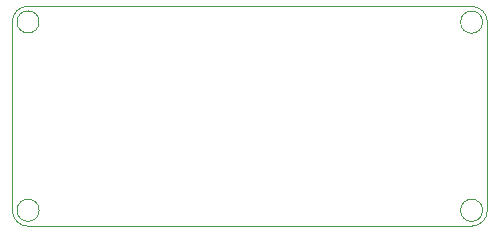
<source format=gbr>
%TF.GenerationSoftware,KiCad,Pcbnew,9.0.2*%
%TF.CreationDate,2025-06-13T22:03:49+05:30*%
%TF.ProjectId,Tiny Solar Supply,54696e79-2053-46f6-9c61-722053757070,rev?*%
%TF.SameCoordinates,Original*%
%TF.FileFunction,Profile,NP*%
%FSLAX46Y46*%
G04 Gerber Fmt 4.6, Leading zero omitted, Abs format (unit mm)*
G04 Created by KiCad (PCBNEW 9.0.2) date 2025-06-13 22:03:49*
%MOMM*%
%LPD*%
G01*
G04 APERTURE LIST*
%TA.AperFunction,Profile*%
%ADD10C,0.050000*%
%TD*%
G04 APERTURE END LIST*
D10*
X94120694Y-108813600D02*
G75*
G02*
X92252800Y-108813600I-933947J0D01*
G01*
X92252800Y-108813600D02*
G75*
G02*
X94120694Y-108813600I933947J0D01*
G01*
X130739653Y-107492800D02*
G75*
G02*
X132080000Y-108833147I47J-1340300D01*
G01*
X131673600Y-108833147D02*
G75*
G02*
X129805706Y-108833147I-933947J0D01*
G01*
X129805706Y-108833147D02*
G75*
G02*
X131673600Y-108833147I933947J0D01*
G01*
X91845300Y-108813600D02*
G75*
G02*
X93186747Y-107472200I1341400J0D01*
G01*
X131673600Y-124764800D02*
G75*
G02*
X129805706Y-124764800I-933947J0D01*
G01*
X129805706Y-124764800D02*
G75*
G02*
X131673600Y-124764800I933947J0D01*
G01*
X130739653Y-107492800D02*
X93186747Y-107472201D01*
X132080000Y-124764800D02*
G75*
G02*
X130739653Y-126105100I-1340300J0D01*
G01*
X132080000Y-124764800D02*
X132080000Y-108833147D01*
X93186747Y-126106109D02*
G75*
G02*
X91845391Y-124764800I-47J1341309D01*
G01*
X93186747Y-126106109D02*
X130739653Y-126106109D01*
X91845300Y-108813600D02*
X91845438Y-124764800D01*
X94120694Y-124764800D02*
G75*
G02*
X92252800Y-124764800I-933947J0D01*
G01*
X92252800Y-124764800D02*
G75*
G02*
X94120694Y-124764800I933947J0D01*
G01*
M02*

</source>
